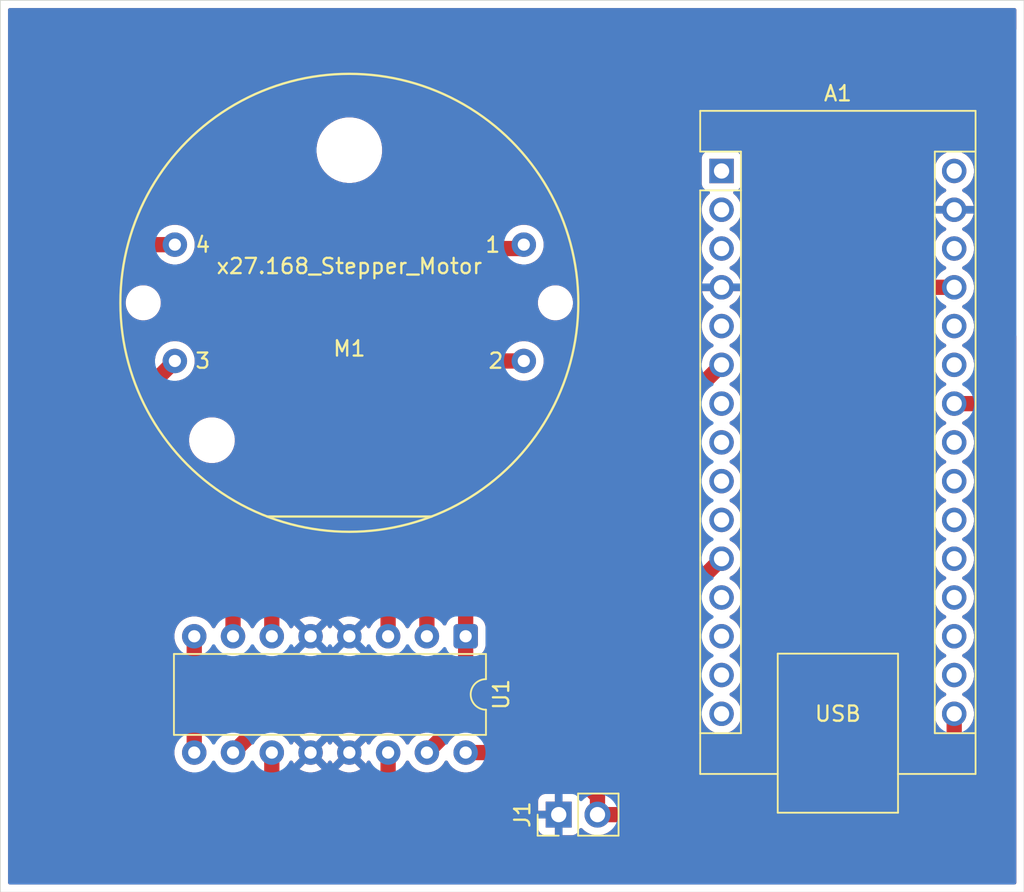
<source format=kicad_pcb>
(kicad_pcb (version 20241229) (generator "pcbnew") (generator_version "9.0")
  (layers (0 "F.Cu" signal) (2 "B.Cu" signal) (13 "F.Paste" user) (15 "B.Paste" user) (5 "F.SilkS" user "F.Silkscreen") (7 "B.SilkS" user "B.Silkscreen") (1 "F.Mask" user) (3 "B.Mask" user) (25 "Edge.Cuts" user))
  (net 0 "")
  (net 2 "Net-(A1-D13)")
  (net 5 "Net-(A1-D3)")
  (net 10 "Net-(A1-A5)")
  (net 13 "Net-(A1-D8)")
  (net 14 "GND")
  (net 17 "+5V")
  (net 30 "Net-(U1-2Y)")
  (net 31 "Net-(M1--)")
  (net 32 "Net-(U1-4Y)")
  (net 33 "Net-(U1-3Y)")
  (footprint "Package_DIP:DIP-16_W7.62mm" (layer "F.Cu") (at 152.4 66.548 -90)
    (property "Reference" "U1" (at 3.81 -2.33 90) (layer "F.SilkS"))
    (property "Value" "L293D")
    (fp_line (start 1.16 19.11) (end 6.46 19.11) (stroke (width 0.12)) (layer "F.SilkS"))
    (fp_line (start 6.46 19.11) (end 6.46 -1.33) (stroke (width 0.12)) (layer "F.SilkS"))
    (fp_line (start 1.16 -1.33) (end 1.16 19.11) (stroke (width 0.12)) (layer "F.SilkS"))
    (fp_line (start 2.81 -1.33) (end 1.16 -1.33) (stroke (width 0.12)) (layer "F.SilkS"))
    (fp_line (start 6.46 -1.33) (end 4.81 -1.33) (stroke (width 0.12)) (layer "F.SilkS"))
    (fp_arc (start 4.81 -1.33) (mid 3.81 -0.33) (end 2.81 -1.33) (stroke (width 0.12)) (layer "F.SilkS"))
    (pad "1" thru_hole roundrect (at 0 0 270) (size 1.6 1.6) (drill 0.8) (layers "*.Cu" "*.Mask") (roundrect_rratio 0.15625) (net 17 "+5V"))
    (pad "2" thru_hole circle (at 0 2.54 270) (size 1.6 1.6) (drill 0.8) (layers "*.Cu" "*.Mask") (net 10 "Net-(A1-A5)"))
    (pad "3" thru_hole circle (at 0 5.08 270) (size 1.6 1.6) (drill 0.8) (layers "*.Cu" "*.Mask") (net 31 "Net-(M1--)"))
    (pad "4" thru_hole circle (at 0 7.62 270) (size 1.6 1.6) (drill 0.8) (layers "*.Cu" "*.Mask") (net 14 "GND"))
    (pad "5" thru_hole circle (at 0 10.16 270) (size 1.6 1.6) (drill 0.8) (layers "*.Cu" "*.Mask") (net 14 "GND"))
    (pad "6" thru_hole circle (at 0 12.7 270) (size 1.6 1.6) (drill 0.8) (layers "*.Cu" "*.Mask") (net 30 "Net-(U1-2Y)"))
    (pad "7" thru_hole circle (at 0 15.24 270) (size 1.6 1.6) (drill 0.8) (layers "*.Cu" "*.Mask") (net 2 "Net-(A1-D13)"))
    (pad "8" thru_hole circle (at 0 17.78 270) (size 1.6 1.6) (drill 0.8) (layers "*.Cu" "*.Mask") (net 17 "+5V"))
    (pad "9" thru_hole circle (at 7.62 17.78 270) (size 1.6 1.6) (drill 0.8) (layers "*.Cu" "*.Mask") (net 17 "+5V"))
    (pad "10" thru_hole circle (at 7.62 15.24 270) (size 1.6 1.6) (drill 0.8) (layers "*.Cu" "*.Mask") (net 5 "Net-(A1-D3)"))
    (pad "11" thru_hole circle (at 7.62 12.7 270) (size 1.6 1.6) (drill 0.8) (layers "*.Cu" "*.Mask") (net 33 "Net-(U1-3Y)"))
    (pad "12" thru_hole circle (at 7.62 10.16 270) (size 1.6 1.6) (drill 0.8) (layers "*.Cu" "*.Mask") (net 14 "GND"))
    (pad "13" thru_hole circle (at 7.62 7.62 270) (size 1.6 1.6) (drill 0.8) (layers "*.Cu" "*.Mask") (net 14 "GND"))
    (pad "14" thru_hole circle (at 7.62 5.08 270) (size 1.6 1.6) (drill 0.8) (layers "*.Cu" "*.Mask") (net 32 "Net-(U1-4Y)"))
    (pad "15" thru_hole circle (at 7.62 2.54 270) (size 1.6 1.6) (drill 0.8) (layers "*.Cu" "*.Mask") (net 13 "Net-(A1-D8)"))
    (pad "16" thru_hole circle (at 7.62 0 270) (size 1.6 1.6) (drill 0.8) (layers "*.Cu" "*.Mask") (net 17 "+5V"))
  )
  (footprint "Module:Arduino_Nano" (layer "F.Cu") (at 169.164 36.068)
    (property "Reference" "A1" (at 7.62 -5.08 0) (layer "F.SilkS"))
    (property "Value" "Arduino_Nano_v3.x")
    (fp_line (start -1.4 -3.94) (end -1.4 -1.27) (stroke (width 0.12)) (layer "F.SilkS"))
    (fp_line (start -1.4 1.27) (end -1.4 39.5) (stroke (width 0.12)) (layer "F.SilkS"))
    (fp_line (start -1.4 39.5) (end 3.68 39.5) (stroke (width 0.12)) (layer "F.SilkS"))
    (fp_line (start 1.27 -1.27) (end -1.4 -1.27) (stroke (width 0.12)) (layer "F.SilkS"))
    (fp_line (start 1.27 1.27) (end -1.4 1.27) (stroke (width 0.12)) (layer "F.SilkS"))
    (fp_line (start 1.27 1.27) (end 1.27 -1.27) (stroke (width 0.12)) (layer "F.SilkS"))
    (fp_line (start 1.27 1.27) (end 1.27 36.83) (stroke (width 0.12)) (layer "F.SilkS"))
    (fp_line (start 1.27 36.83) (end -1.4 36.83) (stroke (width 0.12)) (layer "F.SilkS"))
    (fp_line (start 3.68 31.62) (end 11.56 31.62) (stroke (width 0.12)) (layer "F.SilkS"))
    (fp_line (start 3.68 42.04) (end 3.68 31.62) (stroke (width 0.12)) (layer "F.SilkS"))
    (fp_line (start 11.56 31.62) (end 11.56 42.04) (stroke (width 0.12)) (layer "F.SilkS"))
    (fp_line (start 11.56 42.04) (end 3.68 42.04) (stroke (width 0.12)) (layer "F.SilkS"))
    (fp_line (start 13.97 -1.27) (end 13.97 36.83) (stroke (width 0.12)) (layer "F.SilkS"))
    (fp_line (start 13.97 -1.27) (end 16.64 -1.27) (stroke (width 0.12)) (layer "F.SilkS"))
    (fp_line (start 13.97 36.83) (end 16.64 36.83) (stroke (width 0.12)) (layer "F.SilkS"))
    (fp_line (start 16.64 -3.94) (end -1.4 -3.94) (stroke (width 0.12)) (layer "F.SilkS"))
    (fp_line (start 16.64 39.5) (end 11.56 39.5) (stroke (width 0.12)) (layer "F.SilkS"))
    (fp_line (start 16.64 39.5) (end 16.64 -3.94) (stroke (width 0.12)) (layer "F.SilkS"))
    (fp_text user "USB" (at 7.62 35.56 0) (layer "F.SilkS"))
    (pad "1" thru_hole rect (at 0 0) (size 1.6 1.6) (drill 1) (layers "*.Cu" "*.Mask"))
    (pad "2" thru_hole oval (at 0 2.54) (size 1.6 1.6) (drill 1) (layers "*.Cu" "*.Mask"))
    (pad "3" thru_hole oval (at 0 5.08) (size 1.6 1.6) (drill 1) (layers "*.Cu" "*.Mask"))
    (pad "4" thru_hole oval (at 0 7.62) (size 1.6 1.6) (drill 1) (layers "*.Cu" "*.Mask") (net 14 "GND"))
    (pad "5" thru_hole oval (at 0 10.16) (size 1.6 1.6) (drill 1) (layers "*.Cu" "*.Mask"))
    (pad "6" thru_hole oval (at 0 12.7) (size 1.6 1.6) (drill 1) (layers "*.Cu" "*.Mask") (net 5 "Net-(A1-D3)"))
    (pad "7" thru_hole oval (at 0 15.24) (size 1.6 1.6) (drill 1) (layers "*.Cu" "*.Mask"))
    (pad "8" thru_hole oval (at 0 17.78) (size 1.6 1.6) (drill 1) (layers "*.Cu" "*.Mask"))
    (pad "9" thru_hole oval (at 0 20.32) (size 1.6 1.6) (drill 1) (layers "*.Cu" "*.Mask"))
    (pad "10" thru_hole oval (at 0 22.86) (size 1.6 1.6) (drill 1) (layers "*.Cu" "*.Mask"))
    (pad "11" thru_hole oval (at 0 25.4) (size 1.6 1.6) (drill 1) (layers "*.Cu" "*.Mask") (net 13 "Net-(A1-D8)"))
    (pad "12" thru_hole oval (at 0 27.94) (size 1.6 1.6) (drill 1) (layers "*.Cu" "*.Mask"))
    (pad "13" thru_hole oval (at 0 30.48) (size 1.6 1.6) (drill 1) (layers "*.Cu" "*.Mask"))
    (pad "14" thru_hole oval (at 0 33.02) (size 1.6 1.6) (drill 1) (layers "*.Cu" "*.Mask"))
    (pad "15" thru_hole oval (at 0 35.56) (size 1.6 1.6) (drill 1) (layers "*.Cu" "*.Mask"))
    (pad "16" thru_hole oval (at 15.24 35.56) (size 1.6 1.6) (drill 1) (layers "*.Cu" "*.Mask") (net 2 "Net-(A1-D13)"))
    (pad "17" thru_hole oval (at 15.24 33.02) (size 1.6 1.6) (drill 1) (layers "*.Cu" "*.Mask"))
    (pad "18" thru_hole oval (at 15.24 30.48) (size 1.6 1.6) (drill 1) (layers "*.Cu" "*.Mask"))
    (pad "19" thru_hole oval (at 15.24 27.94) (size 1.6 1.6) (drill 1) (layers "*.Cu" "*.Mask"))
    (pad "20" thru_hole oval (at 15.24 25.4) (size 1.6 1.6) (drill 1) (layers "*.Cu" "*.Mask"))
    (pad "21" thru_hole oval (at 15.24 22.86) (size 1.6 1.6) (drill 1) (layers "*.Cu" "*.Mask"))
    (pad "22" thru_hole oval (at 15.24 20.32) (size 1.6 1.6) (drill 1) (layers "*.Cu" "*.Mask"))
    (pad "23" thru_hole oval (at 15.24 17.78) (size 1.6 1.6) (drill 1) (layers "*.Cu" "*.Mask"))
    (pad "24" thru_hole oval (at 15.24 15.24) (size 1.6 1.6) (drill 1) (layers "*.Cu" "*.Mask") (net 10 "Net-(A1-A5)"))
    (pad "25" thru_hole oval (at 15.24 12.7) (size 1.6 1.6) (drill 1) (layers "*.Cu" "*.Mask"))
    (pad "26" thru_hole oval (at 15.24 10.16) (size 1.6 1.6) (drill 1) (layers "*.Cu" "*.Mask"))
    (pad "27" thru_hole oval (at 15.24 7.62) (size 1.6 1.6) (drill 1) (layers "*.Cu" "*.Mask") (net 17 "+5V"))
    (pad "28" thru_hole oval (at 15.24 5.08) (size 1.6 1.6) (drill 1) (layers "*.Cu" "*.Mask"))
    (pad "29" thru_hole oval (at 15.24 2.54) (size 1.6 1.6) (drill 1) (layers "*.Cu" "*.Mask") (net 14 "GND"))
    (pad "30" thru_hole oval (at 15.24 0) (size 1.6 1.6) (drill 1) (layers "*.Cu" "*.Mask"))
  )
  (footprint "Connector_PinHeader_2.54mm:PinHeader_1x02_P2.54mm_Vertical" (layer "F.Cu") (at 158.496 78.232 90)
    (property "Reference" "J1" (at 0 -2.38 90) (layer "F.SilkS"))
    (property "Value" "Power In Connector")
    (fp_line (start -1.38 -1.38) (end 0 -1.38) (stroke (width 0.12)) (layer "F.SilkS"))
    (fp_line (start -1.38 0) (end -1.38 -1.38) (stroke (width 0.12)) (layer "F.SilkS"))
    (fp_line (start 1.38 1.27) (end 1.38 3.92) (stroke (width 0.12)) (layer "F.SilkS"))
    (fp_line (start -1.38 1.27) (end 1.38 1.27) (stroke (width 0.12)) (layer "F.SilkS"))
    (fp_line (start -1.38 1.27) (end -1.38 3.92) (stroke (width 0.12)) (layer "F.SilkS"))
    (fp_line (start -1.38 3.92) (end 1.38 3.92) (stroke (width 0.12)) (layer "F.SilkS"))
    (pad "1" thru_hole rect (at 0 0 90) (size 1.7 1.7) (drill 1) (layers "*.Cu" "*.Mask") (net 14 "GND"))
    (pad "2" thru_hole circle (at 0 2.54 90) (size 1.7 1.7) (drill 1) (layers "*.Cu" "*.Mask") (net 17 "+5V"))
  )
  (footprint "Circuit_Stepper:X27-168" (layer "F.Cu") (at 144.78 44.704)
    (property "Reference" "M1" (at 0 3 0) (layer "F.SilkS"))
    (property "Value" "x27.168_Stepper_Motor" (at 0 -2.4 0) (layer "F.SilkS"))
    (fp_line (start -5.4 14) (end 5.4 14) (stroke (width 0.15)) (layer "F.SilkS"))
    (fp_circle (center 0 0) (end 15 0) (stroke (width 0.15)) (fill no) (layer "F.SilkS"))
    (fp_text user "1" (at 9.4 -3.8 0) (layer "F.SilkS"))
    (fp_text user "3" (at -9.6 3.8 0) (layer "F.SilkS"))
    (fp_text user "4" (at -9.6 -3.8 0) (layer "F.SilkS"))
    (fp_text user "2" (at 9.6 3.8 0) (layer "F.SilkS"))
    (pad "" np_thru_hole circle (at -13.5 0) (size 1.8 1.8) (drill 1.8) (layers "*.Cu" "*.Mask"))
    (pad "" np_thru_hole circle (at -9 9) (size 2.5 2.5) (drill 2.5) (layers "*.Cu" "*.Mask"))
    (pad "" np_thru_hole circle (at 0 -10) (size 3.8 3.8) (drill 3.8) (layers "*.Cu" "*.Mask"))
    (pad "" np_thru_hole circle (at 13.5 0) (size 1.8 1.8) (drill 1.8) (layers "*.Cu" "*.Mask"))
    (pad "1" thru_hole circle (at 11.43 -3.81) (size 1.6 1.6) (drill 0.8) (layers "*.Cu" "*.Mask") (net 30 "Net-(U1-2Y)"))
    (pad "2" thru_hole circle (at 11.43 3.81) (size 1.6 1.6) (drill 0.8) (layers "*.Cu" "*.Mask") (net 31 "Net-(M1--)"))
    (pad "3" thru_hole circle (at -11.43 3.81) (size 1.6 1.6) (drill 0.8) (layers "*.Cu" "*.Mask") (net 33 "Net-(U1-3Y)"))
    (pad "4" thru_hole circle (at -11.43 -3.81) (size 1.6 1.6) (drill 0.8) (layers "*.Cu" "*.Mask") (net 32 "Net-(U1-4Y)"))
  )
  (gr_rect (start 121.92 24.892) (end 188.976 83.312) (stroke (width 0.05)) (fill no) (layer "Edge.Cuts"))
  (segment (start 184.404 81.28) (end 124.46 81.28) (width 1) (layer "F.Cu") (net 2))
  (segment (start 139.192 38.1) (end 139.192 57.404) (width 1) (layer "F.Cu") (net 2))
  (segment (start 124.46 81.28) (end 124.46 44.196) (width 1) (layer "F.Cu") (net 2))
  (segment (start 137.16 36.068) (end 139.192 38.1) (width 1) (layer "F.Cu") (net 2))
  (segment (start 137.16 59.436) (end 137.16 66.548) (width 1) (layer "F.Cu") (net 2))
  (segment (start 132.588 36.068) (end 137.16 36.068) (width 1) (layer "F.Cu") (net 2))
  (segment (start 184.404 71.628) (end 184.404 81.28) (width 1) (layer "F.Cu") (net 2))
  (segment (start 139.192 57.404) (end 137.16 59.436) (width 1) (layer "F.Cu") (net 2))
  (segment (start 124.46 44.196) (end 132.588 36.068) (width 1) (layer "F.Cu") (net 2))
  (segment (start 164.592 70.612) (end 164.592 53.34) (width 1) (layer "F.Cu") (net 5))
  (segment (start 137.16 74.168) (end 140.716 70.612) (width 1) (layer "F.Cu") (net 5))
  (segment (start 164.592 53.34) (end 169.164 48.768) (width 1) (layer "F.Cu") (net 5))
  (segment (start 140.716 70.612) (end 164.592 70.612) (width 1) (layer "F.Cu") (net 5))
  (segment (start 184.404 51.308) (end 186.436 51.308) (width 1) (layer "F.Cu") (net 10))
  (segment (start 149.86 66.548) (end 149.86 59.436) (width 1) (layer "F.Cu") (net 10))
  (segment (start 186.436 51.308) (end 186.944 50.8) (width 1) (layer "F.Cu") (net 10))
  (segment (start 187.452 27.432) (end 187.452 46.228) (width 1) (layer "F.Cu") (net 10))
  (segment (start 162.56 27.432) (end 187.452 27.432) (width 1) (layer "F.Cu") (net 10))
  (segment (start 186.944 46.736) (end 187.452 46.228) (width 1) (layer "F.Cu") (net 10))
  (segment (start 149.86 59.436) (end 162.56 46.736) (width 1) (layer "F.Cu") (net 10))
  (segment (start 162.56 46.736) (end 162.56 27.432) (width 1) (layer "F.Cu") (net 10))
  (segment (start 186.944 50.8) (end 186.944 46.736) (width 1) (layer "F.Cu") (net 10))
  (segment (start 151.892 72.136) (end 166.624 72.136) (width 1) (layer "F.Cu") (net 13))
  (segment (start 166.624 64.008) (end 169.164 61.468) (width 1) (layer "F.Cu") (net 13))
  (segment (start 149.86 74.168) (end 151.892 72.136) (width 1) (layer "F.Cu") (net 13))
  (segment (start 166.624 72.136) (end 166.624 64.008) (width 1) (layer "F.Cu") (net 13))
  (segment (start 134.62 68.58) (end 134.62 74.168) (width 1) (layer "F.Cu") (net 17))
  (segment (start 180.848 42.672) (end 181.356 42.164) (width 1) (layer "F.Cu") (net 17))
  (segment (start 152.4 60.96) (end 165.608 47.752) (width 1) (layer "F.Cu") (net 17))
  (segment (start 181.356 31.496) (end 181.356 42.164) (width 1) (layer "F.Cu") (net 17))
  (segment (start 181.356 42.164) (end 182.88 43.688) (width 1) (layer "F.Cu") (net 17))
  (segment (start 180.848 78.232) (end 180.848 42.672) (width 1) (layer "F.Cu") (net 17))
  (segment (start 152.4 66.548) (end 152.4 68.58) (width 1) (layer "F.Cu") (net 17))
  (segment (start 182.88 43.688) (end 184.404 43.688) (width 1) (layer "F.Cu") (net 17))
  (segment (start 165.608 47.752) (end 165.608 32.512) (width 1) (layer "F.Cu") (net 17))
  (segment (start 165.608 32.512) (end 166.624 31.496) (width 1) (layer "F.Cu") (net 17))
  (segment (start 152.4 68.58) (end 134.62 68.58) (width 1) (layer "F.Cu") (net 17))
  (segment (start 161.036 78.232) (end 180.848 78.232) (width 1) (layer "F.Cu") (net 17))
  (segment (start 152.4 74.168) (end 158.174081 74.168) (width 1) (layer "F.Cu") (net 17))
  (segment (start 161.036 77.029919) (end 161.036 78.232) (width 1) (layer "F.Cu") (net 17))
  (segment (start 158.174081 74.168) (end 161.036 77.029919) (width 1) (layer "F.Cu") (net 17))
  (segment (start 152.4 66.548) (end 152.4 60.96) (width 1) (layer "F.Cu") (net 17))
  (segment (start 134.62 66.548) (end 134.62 68.58) (width 1) (layer "F.Cu") (net 17))
  (segment (start 166.624 31.496) (end 181.356 31.496) (width 1) (layer "F.Cu") (net 17))
  (segment (start 143.256 41.148) (end 143.256 59.436) (width 1) (layer "F.Cu") (net 30))
  (segment (start 139.7 62.992) (end 139.7 66.548) (width 1) (layer "F.Cu") (net 30))
  (segment (start 143.256 59.436) (end 139.7 62.992) (width 1) (layer "F.Cu") (net 30))
  (segment (start 155.956 41.148) (end 143.256 41.148) (width 1) (layer "F.Cu") (net 30))
  (segment (start 156.21 40.894) (end 155.956 41.148) (width 1) (layer "F.Cu") (net 30))
  (segment (start 149.098 48.514) (end 147.32 50.292) (width 1) (layer "F.Cu") (net 31))
  (segment (start 156.21 48.514) (end 149.098 48.514) (width 1) (layer "F.Cu") (net 31))
  (segment (start 147.32 50.292) (end 147.32 66.548) (width 1) (layer "F.Cu") (net 31))
  (segment (start 127.508 79.756) (end 127.508 44.704) (width 1) (layer "F.Cu") (net 32))
  (segment (start 127.508 44.704) (end 131.318 40.894) (width 1) (layer "F.Cu") (net 32))
  (segment (start 147.32 74.168) (end 147.32 79.756) (width 1) (layer "F.Cu") (net 32))
  (segment (start 147.32 79.756) (end 127.508 79.756) (width 1) (layer "F.Cu") (net 32))
  (segment (start 131.318 40.894) (end 133.35 40.894) (width 1) (layer "F.Cu") (net 32))
  (segment (start 130.048 76.708) (end 139.7 76.708) (width 1) (layer "F.Cu") (net 33))
  (segment (start 133.35 48.514) (end 130.048 51.816) (width 1) (layer "F.Cu") (net 33))
  (segment (start 130.048 51.816) (end 130.048 76.708) (width 1) (layer "F.Cu") (net 33))
  (segment (start 139.7 76.708) (end 139.7 74.168) (width 1) (layer "F.Cu") (net 33))
  (zone (net 14) (net_name "GND") (layers "F.Cu" "B.Cu") (connect_pads (clearance 0.5)) (min_thickness 0.25) (fill yes (thermal_gap 0.5) (thermal_bridge_width 0.5))
    (polygon (pts (xy 121.92 24.892) (xy 188.976 24.892) (xy 188.976 83.312) (xy 121.92 83.312)))
  )
)
</source>
